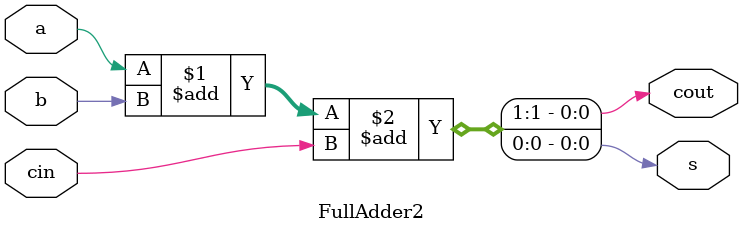
<source format=v>
`timescale 1ns / 1ns


module FullAdder2(output cout, s, input cin, a, b);

    wire cout, s;
    assign {cout, s} = a + b + cin;

endmodule

</source>
